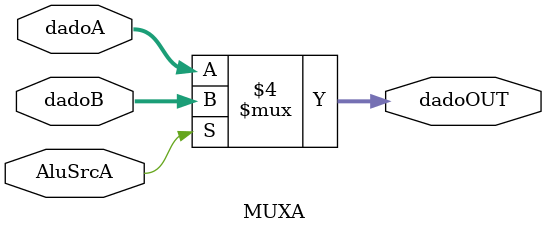
<source format=sv>
module MUXA(
input logic AluSrcA, 
input logic[64-1:0]dadoA, dadoB,
output logic [64-1:0]dadoOUT
);

always_comb begin
	if(!AluSrcA) dadoOUT = dadoA;
	else dadoOUT = dadoB;
end

endmodule 
</source>
